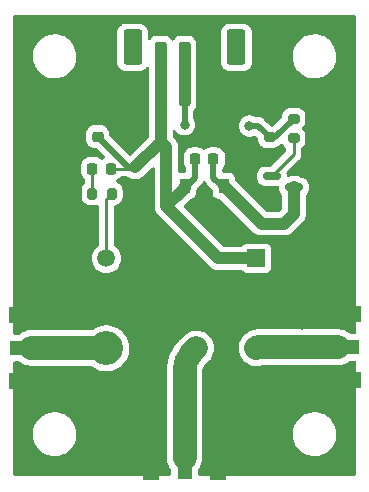
<source format=gbr>
%TF.GenerationSoftware,KiCad,Pcbnew,(6.0.1)*%
%TF.CreationDate,2022-02-11T18:29:38+00:00*%
%TF.ProjectId,Relay_RF_G6E,52656c61-795f-4524-965f-4736452e6b69,rev?*%
%TF.SameCoordinates,Original*%
%TF.FileFunction,Copper,L1,Top*%
%TF.FilePolarity,Positive*%
%FSLAX46Y46*%
G04 Gerber Fmt 4.6, Leading zero omitted, Abs format (unit mm)*
G04 Created by KiCad (PCBNEW (6.0.1)) date 2022-02-11 18:29:38*
%MOMM*%
%LPD*%
G01*
G04 APERTURE LIST*
G04 Aperture macros list*
%AMRoundRect*
0 Rectangle with rounded corners*
0 $1 Rounding radius*
0 $2 $3 $4 $5 $6 $7 $8 $9 X,Y pos of 4 corners*
0 Add a 4 corners polygon primitive as box body*
4,1,4,$2,$3,$4,$5,$6,$7,$8,$9,$2,$3,0*
0 Add four circle primitives for the rounded corners*
1,1,$1+$1,$2,$3*
1,1,$1+$1,$4,$5*
1,1,$1+$1,$6,$7*
1,1,$1+$1,$8,$9*
0 Add four rect primitives between the rounded corners*
20,1,$1+$1,$2,$3,$4,$5,0*
20,1,$1+$1,$4,$5,$6,$7,0*
20,1,$1+$1,$6,$7,$8,$9,0*
20,1,$1+$1,$8,$9,$2,$3,0*%
G04 Aperture macros list end*
%TA.AperFunction,SMDPad,CuDef*%
%ADD10R,3.600000X1.270000*%
%TD*%
%TA.AperFunction,SMDPad,CuDef*%
%ADD11R,4.200000X1.350000*%
%TD*%
%TA.AperFunction,SMDPad,CuDef*%
%ADD12RoundRect,0.200000X0.200000X0.275000X-0.200000X0.275000X-0.200000X-0.275000X0.200000X-0.275000X0*%
%TD*%
%TA.AperFunction,SMDPad,CuDef*%
%ADD13RoundRect,0.200000X0.275000X-0.200000X0.275000X0.200000X-0.275000X0.200000X-0.275000X-0.200000X0*%
%TD*%
%TA.AperFunction,SMDPad,CuDef*%
%ADD14RoundRect,0.225000X0.225000X0.250000X-0.225000X0.250000X-0.225000X-0.250000X0.225000X-0.250000X0*%
%TD*%
%TA.AperFunction,SMDPad,CuDef*%
%ADD15RoundRect,0.200000X-0.275000X0.200000X-0.275000X-0.200000X0.275000X-0.200000X0.275000X0.200000X0*%
%TD*%
%TA.AperFunction,SMDPad,CuDef*%
%ADD16RoundRect,0.225000X0.250000X-0.225000X0.250000X0.225000X-0.250000X0.225000X-0.250000X-0.225000X0*%
%TD*%
%TA.AperFunction,ComponentPad*%
%ADD17R,1.501140X1.501140*%
%TD*%
%TA.AperFunction,ComponentPad*%
%ADD18C,1.501140*%
%TD*%
%TA.AperFunction,SMDPad,CuDef*%
%ADD19RoundRect,0.250000X-0.250000X-2.500000X0.250000X-2.500000X0.250000X2.500000X-0.250000X2.500000X0*%
%TD*%
%TA.AperFunction,SMDPad,CuDef*%
%ADD20RoundRect,0.250000X-0.550000X-1.250000X0.550000X-1.250000X0.550000X1.250000X-0.550000X1.250000X0*%
%TD*%
%TA.AperFunction,SMDPad,CuDef*%
%ADD21RoundRect,0.218750X-0.218750X-0.256250X0.218750X-0.256250X0.218750X0.256250X-0.218750X0.256250X0*%
%TD*%
%TA.AperFunction,SMDPad,CuDef*%
%ADD22RoundRect,0.150000X-0.587500X-0.150000X0.587500X-0.150000X0.587500X0.150000X-0.587500X0.150000X0*%
%TD*%
%TA.AperFunction,SMDPad,CuDef*%
%ADD23R,1.270000X3.600000*%
%TD*%
%TA.AperFunction,SMDPad,CuDef*%
%ADD24R,1.350000X4.200000*%
%TD*%
%TA.AperFunction,SMDPad,CuDef*%
%ADD25R,0.900000X1.200000*%
%TD*%
%TA.AperFunction,ViaPad*%
%ADD26C,0.800000*%
%TD*%
%TA.AperFunction,ViaPad*%
%ADD27C,1.000000*%
%TD*%
%TA.AperFunction,Conductor*%
%ADD28C,0.500000*%
%TD*%
%TA.AperFunction,Conductor*%
%ADD29C,1.000000*%
%TD*%
%TA.AperFunction,Conductor*%
%ADD30C,2.000000*%
%TD*%
%TA.AperFunction,Conductor*%
%ADD31C,2.850000*%
%TD*%
%TA.AperFunction,Conductor*%
%ADD32C,0.293000*%
%TD*%
G04 APERTURE END LIST*
D10*
%TO.P,J2,1,In*%
%TO.N,Net-(J2-Pad1)*%
X102023900Y-128701800D03*
D11*
%TO.P,J2,2,Ext*%
%TO.N,GND*%
X102223900Y-131526800D03*
X102223900Y-125876800D03*
%TD*%
D12*
%TO.P,R2,1*%
%TO.N,Net-(C2-Pad1)*%
X108851200Y-115620800D03*
%TO.P,R2,2*%
%TO.N,Net-(D2-Pad1)*%
X107201200Y-115620800D03*
%TD*%
D13*
%TO.P,R1,1*%
%TO.N,Net-(J1-Pad2)*%
X122200000Y-110875000D03*
%TO.P,R1,2*%
%TO.N,GND*%
X122200000Y-109225000D03*
%TD*%
D14*
%TO.P,C2,1*%
%TO.N,Net-(C2-Pad1)*%
X117449600Y-112699700D03*
%TO.P,C2,2*%
%TO.N,Net-(C1-Pad1)*%
X115899600Y-112699700D03*
%TD*%
D15*
%TO.P,R3,1*%
%TO.N,Net-(J1-Pad2)*%
X124250000Y-109275000D03*
%TO.P,R3,2*%
%TO.N,Net-(Q1-Pad1)*%
X124250000Y-110925000D03*
%TD*%
D16*
%TO.P,C1,1*%
%TO.N,Net-(C1-Pad1)*%
X107650000Y-110800000D03*
%TO.P,C1,2*%
%TO.N,GND*%
X107650000Y-109250000D03*
%TD*%
D17*
%TO.P,K1,1*%
%TO.N,Net-(C1-Pad1)*%
X121091700Y-121108900D03*
D18*
%TO.P,K1,6*%
%TO.N,Net-(C2-Pad1)*%
X108391700Y-121108900D03*
%TO.P,K1,7*%
%TO.N,Net-(J2-Pad1)*%
X108391700Y-128728900D03*
%TO.P,K1,10*%
%TO.N,Net-(J3-Pad1)*%
X116011700Y-128728900D03*
%TO.P,K1,12*%
%TO.N,Net-(J4-Pad1)*%
X121091700Y-128728900D03*
%TD*%
D19*
%TO.P,J1,1,Pin_1*%
%TO.N,Net-(C1-Pad1)*%
X113000000Y-105500000D03*
%TO.P,J1,2,Pin_2*%
%TO.N,Net-(J1-Pad2)*%
X115000000Y-105500000D03*
%TO.P,J1,3,Pin_3*%
%TO.N,GND*%
X117000000Y-105500000D03*
D20*
%TO.P,J1,MP*%
%TO.N,N/C*%
X119400000Y-103250000D03*
X110600000Y-103250000D03*
%TD*%
D10*
%TO.P,J4,1,In*%
%TO.N,Net-(J4-Pad1)*%
X128023900Y-128625600D03*
D11*
%TO.P,J4,2,Ext*%
%TO.N,GND*%
X127823900Y-125800600D03*
X127823900Y-131450600D03*
%TD*%
D21*
%TO.P,D2,1,K*%
%TO.N,Net-(D2-Pad1)*%
X107201200Y-113520800D03*
%TO.P,D2,2,A*%
%TO.N,Net-(C1-Pad1)*%
X108776200Y-113520800D03*
%TD*%
D22*
%TO.P,Q1,1,B*%
%TO.N,Net-(Q1-Pad1)*%
X122400000Y-114150000D03*
%TO.P,Q1,2,E*%
%TO.N,GND*%
X122400000Y-116050000D03*
%TO.P,Q1,3,C*%
%TO.N,Net-(C2-Pad1)*%
X124275000Y-115100000D03*
%TD*%
D23*
%TO.P,J3,1,In*%
%TO.N,Net-(J3-Pad1)*%
X115000000Y-138000000D03*
D24*
%TO.P,J3,2,Ext*%
%TO.N,GND*%
X117825000Y-137800000D03*
X112175000Y-137800000D03*
%TD*%
D25*
%TO.P,D1,1,K*%
%TO.N,Net-(C1-Pad1)*%
X115024600Y-114949700D03*
%TO.P,D1,2,A*%
%TO.N,Net-(C2-Pad1)*%
X118324600Y-114949700D03*
%TD*%
D26*
%TO.N,GND*%
X111353600Y-134950200D03*
X117043200Y-133324600D03*
X123088400Y-126619000D03*
X118643400Y-135026400D03*
D27*
X118643400Y-107746800D03*
D26*
X110693200Y-138836400D03*
X112826800Y-132537200D03*
X128727200Y-124358400D03*
X103784400Y-124180600D03*
X119278400Y-136423400D03*
X117703600Y-127558800D03*
X105079800Y-130759200D03*
X124942600Y-132105400D03*
X124968000Y-126720600D03*
X121310400Y-130657600D03*
X124968000Y-125323600D03*
X120700800Y-126695200D03*
X126085600Y-124460000D03*
X112826800Y-134950200D03*
X128879600Y-132791200D03*
X112852200Y-130073400D03*
X110896400Y-128397000D03*
X106603800Y-126466600D03*
X106781600Y-130810000D03*
X103682800Y-132943600D03*
X119278400Y-129895600D03*
X124891800Y-130556000D03*
X119253000Y-138938000D03*
X117779800Y-129895600D03*
X105181400Y-125298200D03*
X110718600Y-136474200D03*
X119151400Y-127482600D03*
X123113800Y-130606800D03*
X105181400Y-126542800D03*
X101244400Y-132969000D03*
X101320600Y-124180600D03*
X117144800Y-135026400D03*
X105079800Y-132207000D03*
D27*
X109800000Y-110150000D03*
D26*
X115849400Y-126619000D03*
X117017800Y-131318000D03*
X109575600Y-131038600D03*
D27*
X119507000Y-111836200D03*
D26*
X109499400Y-126441200D03*
X113766600Y-127838200D03*
X126441200Y-132867400D03*
%TO.N,Net-(J1-Pad2)*%
X120500000Y-109900000D03*
X115000000Y-109800000D03*
D27*
%TO.N,Net-(C2-Pad1)*%
X123215400Y-118160800D03*
%TD*%
D28*
%TO.N,GND*%
X107650000Y-109250000D02*
X108900000Y-109250000D01*
D29*
X119507000Y-111836200D02*
X117000000Y-109329200D01*
D28*
X108900000Y-109250000D02*
X109800000Y-110150000D01*
D29*
X117000000Y-109329200D02*
X117000000Y-105500000D01*
D28*
%TO.N,Net-(J1-Pad2)*%
X121225000Y-109900000D02*
X122200000Y-110875000D01*
X122200000Y-110875000D02*
X122650000Y-110875000D01*
X122650000Y-110875000D02*
X124250000Y-109275000D01*
X120500000Y-109900000D02*
X121225000Y-109900000D01*
X115000000Y-105500000D02*
X115000000Y-109800000D01*
D30*
%TO.N,Net-(J2-Pad1)*%
X102023900Y-128701800D02*
X108364600Y-128701800D01*
D31*
X108364600Y-128701800D02*
X108391700Y-128728900D01*
D30*
%TO.N,Net-(J3-Pad1)*%
X115000000Y-138000000D02*
X115000000Y-130569027D01*
X115585787Y-129154813D02*
X116011700Y-128728900D01*
X115000001Y-130569027D02*
G75*
G02*
X115585788Y-129154814I1999999J0D01*
G01*
%TO.N,Net-(J4-Pad1)*%
X121195000Y-128625600D02*
X121091700Y-128728900D01*
X128023900Y-128625600D02*
X121195000Y-128625600D01*
D32*
%TO.N,Net-(D2-Pad1)*%
X107201200Y-113520800D02*
X107201200Y-115620800D01*
%TO.N,Net-(Q1-Pad1)*%
X122400000Y-114150000D02*
X124250000Y-112300000D01*
X124250000Y-112300000D02*
X124250000Y-110925000D01*
D29*
%TO.N,Net-(C1-Pad1)*%
X117857700Y-121108900D02*
X121091700Y-121108900D01*
X115024600Y-114949700D02*
X115024600Y-115150200D01*
D32*
X110729200Y-113520800D02*
X110850000Y-113400000D01*
X108776200Y-113520800D02*
X110729200Y-113520800D01*
D29*
X113000000Y-111250000D02*
X113461800Y-111711800D01*
D28*
X107650000Y-110800000D02*
X110250000Y-113400000D01*
D29*
X113000000Y-105500000D02*
X113000000Y-111250000D01*
D28*
X110250000Y-113400000D02*
X110850000Y-113400000D01*
D29*
X113000000Y-111250000D02*
X110850000Y-113400000D01*
X115024600Y-115150200D02*
X113461800Y-116713000D01*
X113461800Y-116713000D02*
X117857700Y-121108900D01*
D28*
X115899600Y-114274700D02*
X115024600Y-115149700D01*
X115899600Y-112699700D02*
X115899600Y-114274700D01*
D29*
X113461800Y-111711800D02*
X113461800Y-116713000D01*
%TO.N,Net-(C2-Pad1)*%
X124275000Y-117329800D02*
X123444000Y-118160800D01*
X123215400Y-118160800D02*
X121535700Y-118160800D01*
D32*
X108391700Y-116080300D02*
X108391700Y-121108900D01*
D28*
X117449600Y-114274700D02*
X118324600Y-115149700D01*
D29*
X124275000Y-115100000D02*
X124275000Y-117329800D01*
X123444000Y-118160800D02*
X123215400Y-118160800D01*
D32*
X108851200Y-115620800D02*
X108391700Y-116080300D01*
D29*
X121535700Y-118160800D02*
X118324600Y-114949700D01*
D28*
X117449600Y-112699700D02*
X117449600Y-114274700D01*
%TD*%
%TA.AperFunction,Conductor*%
%TO.N,GND*%
G36*
X129442121Y-100520002D02*
G01*
X129488614Y-100573658D01*
X129500000Y-100626000D01*
X129500000Y-127364100D01*
X129479998Y-127432221D01*
X129426342Y-127478714D01*
X129374000Y-127490100D01*
X129058110Y-127490100D01*
X128989989Y-127470098D01*
X128978818Y-127462022D01*
X128975169Y-127459067D01*
X128971432Y-127455496D01*
X128902394Y-127408401D01*
X128771879Y-127319370D01*
X128771880Y-127319370D01*
X128767600Y-127316451D01*
X128584347Y-127231388D01*
X128548491Y-127214744D01*
X128548487Y-127214743D01*
X128543796Y-127212565D01*
X128306029Y-127146626D01*
X128300892Y-127146077D01*
X128107943Y-127125456D01*
X128107935Y-127125456D01*
X128104608Y-127125100D01*
X121310732Y-127125100D01*
X121292979Y-127123843D01*
X121284294Y-127122607D01*
X121279132Y-127122724D01*
X121279129Y-127122724D01*
X121175850Y-127125068D01*
X121172991Y-127125100D01*
X121132446Y-127125100D01*
X121129891Y-127125310D01*
X121129867Y-127125311D01*
X121120161Y-127126109D01*
X121112702Y-127126501D01*
X121037618Y-127128205D01*
X121032546Y-127129163D01*
X121032540Y-127129164D01*
X121000153Y-127135284D01*
X120987084Y-127137051D01*
X120954241Y-127139751D01*
X120954236Y-127139752D01*
X120949089Y-127140175D01*
X120925592Y-127146077D01*
X120876254Y-127158469D01*
X120868955Y-127160074D01*
X120800250Y-127173056D01*
X120800244Y-127173058D01*
X120795167Y-127174017D01*
X120759359Y-127187121D01*
X120746766Y-127190995D01*
X120714799Y-127199024D01*
X120714798Y-127199025D01*
X120709783Y-127200284D01*
X120649181Y-127226635D01*
X120640911Y-127230231D01*
X120633970Y-127233007D01*
X120573262Y-127255223D01*
X120563455Y-127258812D01*
X120530262Y-127277592D01*
X120518485Y-127283463D01*
X120483507Y-127298672D01*
X120479159Y-127301485D01*
X120420457Y-127339461D01*
X120414062Y-127343334D01*
X120353204Y-127377765D01*
X120353200Y-127377768D01*
X120348703Y-127380312D01*
X120344679Y-127383559D01*
X120344673Y-127383563D01*
X120319023Y-127404259D01*
X120308349Y-127411986D01*
X120276339Y-127432695D01*
X120220797Y-127483235D01*
X120215129Y-127488092D01*
X120193674Y-127505403D01*
X120193666Y-127505410D01*
X120191055Y-127507517D01*
X120162309Y-127536263D01*
X120158014Y-127540362D01*
X120093842Y-127598754D01*
X120090643Y-127602805D01*
X120090640Y-127602808D01*
X120075960Y-127621397D01*
X120066172Y-127632401D01*
X119986454Y-127712119D01*
X119867461Y-127852431D01*
X119740749Y-128064150D01*
X119738856Y-128068957D01*
X119738854Y-128068960D01*
X119729497Y-128092715D01*
X119650319Y-128293722D01*
X119649238Y-128298764D01*
X119649236Y-128298771D01*
X119599680Y-128529926D01*
X119598597Y-128534980D01*
X119598354Y-128540141D01*
X119598353Y-128540146D01*
X119592785Y-128658214D01*
X119586974Y-128781447D01*
X119615762Y-129026501D01*
X119617196Y-129031469D01*
X119673066Y-129225036D01*
X119684186Y-129263564D01*
X119686410Y-129268227D01*
X119686412Y-129268232D01*
X119788183Y-129481599D01*
X119788186Y-129481604D01*
X119790411Y-129486269D01*
X119931582Y-129688633D01*
X120103909Y-129865223D01*
X120302765Y-130011297D01*
X120522806Y-130122931D01*
X120758127Y-130197127D01*
X120880267Y-130214510D01*
X120997289Y-130231165D01*
X120997292Y-130231165D01*
X121002406Y-130231893D01*
X121007568Y-130231776D01*
X121007571Y-130231776D01*
X121148206Y-130228584D01*
X121249082Y-130226295D01*
X121254154Y-130225337D01*
X121254160Y-130225336D01*
X121471454Y-130184277D01*
X121491533Y-130180483D01*
X121619172Y-130133774D01*
X121662473Y-130126100D01*
X128086454Y-130126100D01*
X128089027Y-130125888D01*
X128089038Y-130125888D01*
X128264660Y-130111449D01*
X128264666Y-130111448D01*
X128269811Y-130111025D01*
X128509117Y-130050916D01*
X128735393Y-129952528D01*
X128865610Y-129868287D01*
X128938218Y-129821315D01*
X128938221Y-129821313D01*
X128942561Y-129818505D01*
X128969596Y-129793905D01*
X129033441Y-129762853D01*
X129054395Y-129761099D01*
X129374000Y-129761099D01*
X129442121Y-129781101D01*
X129488614Y-129834757D01*
X129500000Y-129887099D01*
X129500000Y-139374000D01*
X129479998Y-139442121D01*
X129426342Y-139488614D01*
X129374000Y-139500000D01*
X116261500Y-139500000D01*
X116193379Y-139479998D01*
X116146886Y-139426342D01*
X116135500Y-139374000D01*
X116135500Y-139034210D01*
X116155502Y-138966089D01*
X116163578Y-138954918D01*
X116166533Y-138951269D01*
X116170104Y-138947532D01*
X116189799Y-138918661D01*
X116306230Y-138747979D01*
X116309149Y-138743700D01*
X116413035Y-138519896D01*
X116478974Y-138282129D01*
X116500500Y-138080708D01*
X116500500Y-136042095D01*
X124145028Y-136042095D01*
X124170534Y-136309431D01*
X124234364Y-136570285D01*
X124335182Y-136819192D01*
X124470875Y-137050938D01*
X124473728Y-137054505D01*
X124585225Y-137193925D01*
X124638601Y-137260669D01*
X124834846Y-137443991D01*
X124927039Y-137507948D01*
X125051746Y-137594461D01*
X125051751Y-137594464D01*
X125055499Y-137597064D01*
X125059584Y-137599096D01*
X125059587Y-137599098D01*
X125175719Y-137656872D01*
X125295938Y-137716680D01*
X125300272Y-137718101D01*
X125300275Y-137718102D01*
X125546793Y-137798915D01*
X125546798Y-137798916D01*
X125551126Y-137800335D01*
X125555617Y-137801115D01*
X125555618Y-137801115D01*
X125811936Y-137845620D01*
X125811944Y-137845621D01*
X125815717Y-137846276D01*
X125819554Y-137846467D01*
X125898996Y-137850422D01*
X125899004Y-137850422D01*
X125900567Y-137850500D01*
X126068223Y-137850500D01*
X126070491Y-137850335D01*
X126070503Y-137850335D01*
X126200823Y-137840879D01*
X126267846Y-137836016D01*
X126272301Y-137835032D01*
X126272304Y-137835032D01*
X126525620Y-137779105D01*
X126525624Y-137779104D01*
X126530080Y-137778120D01*
X126697617Y-137714646D01*
X126776941Y-137684593D01*
X126776944Y-137684592D01*
X126781211Y-137682975D01*
X127015976Y-137552574D01*
X127158254Y-137443991D01*
X127225833Y-137392417D01*
X127225837Y-137392413D01*
X127229458Y-137389650D01*
X127417185Y-137197614D01*
X127575225Y-136980491D01*
X127662313Y-136814963D01*
X127698140Y-136746868D01*
X127698143Y-136746862D01*
X127700265Y-136742828D01*
X127759703Y-136574515D01*
X127788165Y-136493916D01*
X127788165Y-136493915D01*
X127789688Y-136489603D01*
X127841620Y-136226122D01*
X127841847Y-136221566D01*
X127854745Y-135962474D01*
X127854745Y-135962468D01*
X127854972Y-135957905D01*
X127829466Y-135690569D01*
X127765636Y-135429715D01*
X127664818Y-135180808D01*
X127529125Y-134949062D01*
X127418211Y-134810371D01*
X127364251Y-134742897D01*
X127364250Y-134742895D01*
X127361399Y-134739331D01*
X127165154Y-134556009D01*
X127005436Y-134445208D01*
X126948254Y-134405539D01*
X126948249Y-134405536D01*
X126944501Y-134402936D01*
X126940416Y-134400904D01*
X126940413Y-134400902D01*
X126768560Y-134315407D01*
X126704062Y-134283320D01*
X126699728Y-134281899D01*
X126699725Y-134281898D01*
X126453207Y-134201085D01*
X126453202Y-134201084D01*
X126448874Y-134199665D01*
X126444382Y-134198885D01*
X126188064Y-134154380D01*
X126188056Y-134154379D01*
X126184283Y-134153724D01*
X126175622Y-134153293D01*
X126101004Y-134149578D01*
X126100996Y-134149578D01*
X126099433Y-134149500D01*
X125931777Y-134149500D01*
X125929509Y-134149665D01*
X125929497Y-134149665D01*
X125799177Y-134159121D01*
X125732154Y-134163984D01*
X125727699Y-134164968D01*
X125727696Y-134164968D01*
X125474380Y-134220895D01*
X125474376Y-134220896D01*
X125469920Y-134221880D01*
X125344354Y-134269453D01*
X125223059Y-134315407D01*
X125223056Y-134315408D01*
X125218789Y-134317025D01*
X124984024Y-134447426D01*
X124980392Y-134450198D01*
X124774167Y-134607583D01*
X124774163Y-134607587D01*
X124770542Y-134610350D01*
X124582815Y-134802386D01*
X124424775Y-135019509D01*
X124422651Y-135023547D01*
X124301860Y-135253132D01*
X124301857Y-135253138D01*
X124299735Y-135257172D01*
X124298215Y-135261477D01*
X124298213Y-135261481D01*
X124238804Y-135429715D01*
X124210312Y-135510397D01*
X124158380Y-135773878D01*
X124158153Y-135778431D01*
X124158153Y-135778434D01*
X124148992Y-135962474D01*
X124145028Y-136042095D01*
X116500500Y-136042095D01*
X116500500Y-130676243D01*
X116501578Y-130659797D01*
X116503408Y-130645899D01*
X116503408Y-130645893D01*
X116503845Y-130642577D01*
X116504446Y-130618001D01*
X116505561Y-130572392D01*
X116505561Y-130572387D01*
X116505643Y-130569027D01*
X116504236Y-130551911D01*
X116504419Y-130529247D01*
X116508884Y-130483921D01*
X116513701Y-130459706D01*
X116534922Y-130389751D01*
X116544374Y-130366931D01*
X116578831Y-130302466D01*
X116592554Y-130281928D01*
X116615096Y-130254461D01*
X116622626Y-130246354D01*
X116624108Y-130245158D01*
X116675932Y-130186992D01*
X116680912Y-130181716D01*
X117115113Y-129747514D01*
X117116946Y-129745681D01*
X117235939Y-129605369D01*
X117362651Y-129393650D01*
X117453081Y-129164078D01*
X117454162Y-129159036D01*
X117454164Y-129159029D01*
X117503720Y-128927874D01*
X117503721Y-128927868D01*
X117504803Y-128922820D01*
X117505174Y-128914968D01*
X117511470Y-128781447D01*
X117516426Y-128676353D01*
X117487638Y-128431299D01*
X117419214Y-128194236D01*
X117416990Y-128189573D01*
X117416988Y-128189568D01*
X117315217Y-127976201D01*
X117315214Y-127976196D01*
X117312989Y-127971531D01*
X117171818Y-127769167D01*
X116999491Y-127592577D01*
X116800635Y-127446503D01*
X116788411Y-127440301D01*
X116638211Y-127364100D01*
X116580594Y-127334869D01*
X116345273Y-127260673D01*
X116223134Y-127243290D01*
X116106111Y-127226635D01*
X116106108Y-127226635D01*
X116100994Y-127225907D01*
X116095832Y-127226024D01*
X116095829Y-127226024D01*
X115955194Y-127229216D01*
X115854318Y-127231505D01*
X115849246Y-127232463D01*
X115849240Y-127232464D01*
X115664001Y-127267466D01*
X115611867Y-127277317D01*
X115380155Y-127362111D01*
X115375659Y-127364655D01*
X115375654Y-127364657D01*
X115174060Y-127478714D01*
X115165403Y-127483612D01*
X115161376Y-127486861D01*
X115161375Y-127486862D01*
X115129755Y-127512376D01*
X115007755Y-127610817D01*
X115005379Y-127613193D01*
X114600587Y-128017986D01*
X114588194Y-128028854D01*
X114574416Y-128039426D01*
X114521137Y-128090162D01*
X114504351Y-128109955D01*
X114501684Y-128112996D01*
X114290815Y-128345655D01*
X114288971Y-128348141D01*
X114288968Y-128348145D01*
X114227297Y-128431299D01*
X114085932Y-128621908D01*
X113909112Y-128916912D01*
X113762060Y-129227828D01*
X113704449Y-129388840D01*
X113687830Y-129435288D01*
X113646191Y-129551660D01*
X113604786Y-129716956D01*
X113567648Y-129865223D01*
X113562621Y-129885290D01*
X113512155Y-130225504D01*
X113512003Y-130228588D01*
X113512003Y-130228593D01*
X113499204Y-130489131D01*
X113498643Y-130496334D01*
X113494806Y-130532241D01*
X113495103Y-130537394D01*
X113495103Y-130537397D01*
X113495650Y-130546880D01*
X113495707Y-130560312D01*
X113495279Y-130569027D01*
X113494045Y-130568966D01*
X113494034Y-130569195D01*
X113496927Y-130569028D01*
X113499291Y-130610025D01*
X113499500Y-130617278D01*
X113499500Y-138062554D01*
X113499712Y-138065127D01*
X113499712Y-138065138D01*
X113514151Y-138240760D01*
X113514152Y-138240766D01*
X113514575Y-138245911D01*
X113574684Y-138485217D01*
X113673072Y-138711493D01*
X113807095Y-138918661D01*
X113810576Y-138922486D01*
X113831695Y-138945696D01*
X113862747Y-139009541D01*
X113864501Y-139030495D01*
X113864501Y-139374000D01*
X113844499Y-139442121D01*
X113790843Y-139488614D01*
X113738501Y-139500000D01*
X100626000Y-139500000D01*
X100557879Y-139479998D01*
X100511386Y-139426342D01*
X100500000Y-139374000D01*
X100500000Y-136042095D01*
X102145028Y-136042095D01*
X102170534Y-136309431D01*
X102234364Y-136570285D01*
X102335182Y-136819192D01*
X102470875Y-137050938D01*
X102473728Y-137054505D01*
X102585225Y-137193925D01*
X102638601Y-137260669D01*
X102834846Y-137443991D01*
X102927039Y-137507948D01*
X103051746Y-137594461D01*
X103051751Y-137594464D01*
X103055499Y-137597064D01*
X103059584Y-137599096D01*
X103059587Y-137599098D01*
X103175719Y-137656872D01*
X103295938Y-137716680D01*
X103300272Y-137718101D01*
X103300275Y-137718102D01*
X103546793Y-137798915D01*
X103546798Y-137798916D01*
X103551126Y-137800335D01*
X103555617Y-137801115D01*
X103555618Y-137801115D01*
X103811936Y-137845620D01*
X103811944Y-137845621D01*
X103815717Y-137846276D01*
X103819554Y-137846467D01*
X103898996Y-137850422D01*
X103899004Y-137850422D01*
X103900567Y-137850500D01*
X104068223Y-137850500D01*
X104070491Y-137850335D01*
X104070503Y-137850335D01*
X104200823Y-137840879D01*
X104267846Y-137836016D01*
X104272301Y-137835032D01*
X104272304Y-137835032D01*
X104525620Y-137779105D01*
X104525624Y-137779104D01*
X104530080Y-137778120D01*
X104697617Y-137714646D01*
X104776941Y-137684593D01*
X104776944Y-137684592D01*
X104781211Y-137682975D01*
X105015976Y-137552574D01*
X105158254Y-137443991D01*
X105225833Y-137392417D01*
X105225837Y-137392413D01*
X105229458Y-137389650D01*
X105417185Y-137197614D01*
X105575225Y-136980491D01*
X105662313Y-136814963D01*
X105698140Y-136746868D01*
X105698143Y-136746862D01*
X105700265Y-136742828D01*
X105759703Y-136574515D01*
X105788165Y-136493916D01*
X105788165Y-136493915D01*
X105789688Y-136489603D01*
X105841620Y-136226122D01*
X105841847Y-136221566D01*
X105854745Y-135962474D01*
X105854745Y-135962468D01*
X105854972Y-135957905D01*
X105829466Y-135690569D01*
X105765636Y-135429715D01*
X105664818Y-135180808D01*
X105529125Y-134949062D01*
X105418211Y-134810371D01*
X105364251Y-134742897D01*
X105364250Y-134742895D01*
X105361399Y-134739331D01*
X105165154Y-134556009D01*
X105005436Y-134445208D01*
X104948254Y-134405539D01*
X104948249Y-134405536D01*
X104944501Y-134402936D01*
X104940416Y-134400904D01*
X104940413Y-134400902D01*
X104768560Y-134315407D01*
X104704062Y-134283320D01*
X104699728Y-134281899D01*
X104699725Y-134281898D01*
X104453207Y-134201085D01*
X104453202Y-134201084D01*
X104448874Y-134199665D01*
X104444382Y-134198885D01*
X104188064Y-134154380D01*
X104188056Y-134154379D01*
X104184283Y-134153724D01*
X104175622Y-134153293D01*
X104101004Y-134149578D01*
X104100996Y-134149578D01*
X104099433Y-134149500D01*
X103931777Y-134149500D01*
X103929509Y-134149665D01*
X103929497Y-134149665D01*
X103799177Y-134159121D01*
X103732154Y-134163984D01*
X103727699Y-134164968D01*
X103727696Y-134164968D01*
X103474380Y-134220895D01*
X103474376Y-134220896D01*
X103469920Y-134221880D01*
X103344354Y-134269453D01*
X103223059Y-134315407D01*
X103223056Y-134315408D01*
X103218789Y-134317025D01*
X102984024Y-134447426D01*
X102980392Y-134450198D01*
X102774167Y-134607583D01*
X102774163Y-134607587D01*
X102770542Y-134610350D01*
X102582815Y-134802386D01*
X102424775Y-135019509D01*
X102422651Y-135023547D01*
X102301860Y-135253132D01*
X102301857Y-135253138D01*
X102299735Y-135257172D01*
X102298215Y-135261477D01*
X102298213Y-135261481D01*
X102238804Y-135429715D01*
X102210312Y-135510397D01*
X102158380Y-135773878D01*
X102158153Y-135778431D01*
X102158153Y-135778434D01*
X102148992Y-135962474D01*
X102145028Y-136042095D01*
X100500000Y-136042095D01*
X100500000Y-129963300D01*
X100520002Y-129895179D01*
X100573658Y-129848686D01*
X100626000Y-129837300D01*
X100989690Y-129837300D01*
X101057811Y-129857302D01*
X101068982Y-129865378D01*
X101072631Y-129868333D01*
X101076368Y-129871904D01*
X101080640Y-129874818D01*
X101080641Y-129874819D01*
X101110488Y-129895179D01*
X101280200Y-130010949D01*
X101361860Y-130048854D01*
X101499309Y-130112656D01*
X101499313Y-130112657D01*
X101504004Y-130114835D01*
X101741771Y-130180774D01*
X101746908Y-130181323D01*
X101939857Y-130201944D01*
X101939865Y-130201944D01*
X101943192Y-130202300D01*
X107104548Y-130202300D01*
X107172669Y-130222302D01*
X107187128Y-130233134D01*
X107232638Y-130272625D01*
X107461714Y-130420538D01*
X107465755Y-130422401D01*
X107465757Y-130422402D01*
X107705302Y-130532834D01*
X107705306Y-130532835D01*
X107709346Y-130534698D01*
X107713614Y-130535974D01*
X107713613Y-130535974D01*
X107966318Y-130611549D01*
X107966321Y-130611550D01*
X107970592Y-130612827D01*
X107974996Y-130613489D01*
X107975000Y-130613490D01*
X108235837Y-130652705D01*
X108235839Y-130652705D01*
X108240241Y-130653367D01*
X108244698Y-130653402D01*
X108508452Y-130655473D01*
X108512912Y-130655508D01*
X108517325Y-130654915D01*
X108517329Y-130654915D01*
X108778756Y-130619802D01*
X108778755Y-130619802D01*
X108783164Y-130619210D01*
X109021771Y-130551915D01*
X109041322Y-130546401D01*
X109041323Y-130546401D01*
X109045605Y-130545193D01*
X109156111Y-130496339D01*
X109290934Y-130436735D01*
X109290939Y-130436732D01*
X109295000Y-130434937D01*
X109526371Y-130290641D01*
X109536737Y-130281928D01*
X109731696Y-130118047D01*
X109735102Y-130115184D01*
X109917030Y-129912066D01*
X109933713Y-129887099D01*
X110029530Y-129743698D01*
X110068522Y-129685342D01*
X110105028Y-129609319D01*
X110184629Y-129443550D01*
X110184631Y-129443545D01*
X110186557Y-129439534D01*
X110268781Y-129179547D01*
X110294255Y-129026501D01*
X110312819Y-128914968D01*
X110312819Y-128914963D01*
X110313551Y-128910568D01*
X110319974Y-128637965D01*
X110287925Y-128367176D01*
X110220536Y-128113017D01*
X110219180Y-128107901D01*
X110219178Y-128107896D01*
X110218040Y-128103603D01*
X110212349Y-128090162D01*
X110113450Y-127856605D01*
X110113449Y-127856603D01*
X110111715Y-127852508D01*
X110027194Y-127712119D01*
X109973371Y-127622719D01*
X109973370Y-127622717D01*
X109971071Y-127618899D01*
X109868282Y-127492643D01*
X109825506Y-127440101D01*
X109825500Y-127440095D01*
X109823475Y-127437607D01*
X109677020Y-127291152D01*
X109675345Y-127289698D01*
X109675338Y-127289692D01*
X109527021Y-127160989D01*
X109527014Y-127160984D01*
X109523662Y-127158075D01*
X109294586Y-127010162D01*
X109290543Y-127008298D01*
X109050998Y-126897866D01*
X109050994Y-126897865D01*
X109046954Y-126896002D01*
X108785708Y-126817872D01*
X108516059Y-126777333D01*
X108408446Y-126776488D01*
X108247849Y-126775226D01*
X108247848Y-126775226D01*
X108243388Y-126775191D01*
X108238975Y-126775784D01*
X108238971Y-126775784D01*
X108026337Y-126804344D01*
X107973136Y-126811490D01*
X107710695Y-126885507D01*
X107706628Y-126887305D01*
X107465366Y-126993965D01*
X107465361Y-126993968D01*
X107461300Y-126995763D01*
X107229929Y-127140059D01*
X107192225Y-127171752D01*
X107127212Y-127200272D01*
X107111152Y-127201300D01*
X101961346Y-127201300D01*
X101958773Y-127201512D01*
X101958762Y-127201512D01*
X101783140Y-127215951D01*
X101783134Y-127215952D01*
X101777989Y-127216375D01*
X101538683Y-127276484D01*
X101312407Y-127374872D01*
X101308059Y-127377685D01*
X101109582Y-127506085D01*
X101109579Y-127506087D01*
X101105239Y-127508895D01*
X101082141Y-127529913D01*
X101078204Y-127533495D01*
X101014359Y-127564547D01*
X100993405Y-127566301D01*
X100626000Y-127566301D01*
X100557879Y-127546299D01*
X100511386Y-127492643D01*
X100500000Y-127440301D01*
X100500000Y-113216765D01*
X106263200Y-113216765D01*
X106263201Y-113824834D01*
X106273607Y-113925135D01*
X106275786Y-113931666D01*
X106275787Y-113931671D01*
X106295966Y-113992154D01*
X106326686Y-114084232D01*
X106414942Y-114226852D01*
X106506772Y-114318522D01*
X106517218Y-114328950D01*
X106551297Y-114391233D01*
X106554200Y-114418123D01*
X106554200Y-114749905D01*
X106534198Y-114818026D01*
X106517295Y-114839000D01*
X106445903Y-114910392D01*
X106358073Y-115055417D01*
X106307371Y-115217206D01*
X106300700Y-115289807D01*
X106300701Y-115951792D01*
X106300964Y-115954650D01*
X106300964Y-115954659D01*
X106304013Y-115987844D01*
X106307371Y-116024394D01*
X106309370Y-116030772D01*
X106309370Y-116030773D01*
X106327024Y-116087105D01*
X106358073Y-116186183D01*
X106445903Y-116331208D01*
X106565792Y-116451097D01*
X106710817Y-116538927D01*
X106718064Y-116541198D01*
X106718066Y-116541199D01*
X106783306Y-116561644D01*
X106872606Y-116589629D01*
X106945207Y-116596300D01*
X106948105Y-116596300D01*
X107201864Y-116596299D01*
X107457192Y-116596299D01*
X107460050Y-116596036D01*
X107460059Y-116596036D01*
X107495443Y-116592785D01*
X107529794Y-116589629D01*
X107581022Y-116573575D01*
X107652005Y-116572290D01*
X107712416Y-116609587D01*
X107743073Y-116673624D01*
X107744700Y-116693809D01*
X107744700Y-119969068D01*
X107724698Y-120037189D01*
X107690971Y-120072281D01*
X107588967Y-120143705D01*
X107588964Y-120143707D01*
X107584456Y-120146864D01*
X107429664Y-120301656D01*
X107304103Y-120480976D01*
X107301780Y-120485958D01*
X107301777Y-120485963D01*
X107213911Y-120674392D01*
X107211588Y-120679374D01*
X107154930Y-120890824D01*
X107135851Y-121108900D01*
X107154930Y-121326976D01*
X107211588Y-121538426D01*
X107213910Y-121543406D01*
X107213911Y-121543408D01*
X107301777Y-121731837D01*
X107301780Y-121731842D01*
X107304103Y-121736824D01*
X107307259Y-121741331D01*
X107307260Y-121741333D01*
X107425606Y-121910348D01*
X107429664Y-121916144D01*
X107584456Y-122070936D01*
X107588964Y-122074093D01*
X107588967Y-122074095D01*
X107645186Y-122113460D01*
X107763775Y-122196497D01*
X107768757Y-122198820D01*
X107768762Y-122198823D01*
X107957192Y-122286689D01*
X107962174Y-122289012D01*
X107967482Y-122290434D01*
X107967484Y-122290435D01*
X108168309Y-122344246D01*
X108168311Y-122344246D01*
X108173624Y-122345670D01*
X108391700Y-122364749D01*
X108609776Y-122345670D01*
X108615089Y-122344246D01*
X108615091Y-122344246D01*
X108815916Y-122290435D01*
X108815918Y-122290434D01*
X108821226Y-122289012D01*
X108826208Y-122286689D01*
X109014638Y-122198823D01*
X109014643Y-122198820D01*
X109019625Y-122196497D01*
X109138214Y-122113460D01*
X109194433Y-122074095D01*
X109194436Y-122074093D01*
X109198944Y-122070936D01*
X109353736Y-121916144D01*
X109357795Y-121910348D01*
X109476140Y-121741333D01*
X109476141Y-121741331D01*
X109479297Y-121736824D01*
X109481620Y-121731842D01*
X109481623Y-121731837D01*
X109569489Y-121543408D01*
X109569490Y-121543406D01*
X109571812Y-121538426D01*
X109628470Y-121326976D01*
X109647549Y-121108900D01*
X109628470Y-120890824D01*
X109571812Y-120679374D01*
X109569489Y-120674392D01*
X109481623Y-120485963D01*
X109481620Y-120485958D01*
X109479297Y-120480976D01*
X109353736Y-120301656D01*
X109198944Y-120146864D01*
X109194436Y-120143707D01*
X109194433Y-120143705D01*
X109092429Y-120072281D01*
X109048101Y-120016824D01*
X109038700Y-119969068D01*
X109038700Y-116717547D01*
X109058702Y-116649426D01*
X109112358Y-116602933D01*
X109153171Y-116592076D01*
X109173132Y-116590242D01*
X109173141Y-116590240D01*
X109179794Y-116589629D01*
X109231022Y-116573575D01*
X109334334Y-116541199D01*
X109334336Y-116541198D01*
X109341583Y-116538927D01*
X109486608Y-116451097D01*
X109606497Y-116331208D01*
X109694327Y-116186183D01*
X109745029Y-116024394D01*
X109751700Y-115951793D01*
X109751699Y-115289808D01*
X109751434Y-115286916D01*
X109745640Y-115223860D01*
X109745029Y-115217206D01*
X109694327Y-115055417D01*
X109606497Y-114910392D01*
X109486608Y-114790503D01*
X109341583Y-114702673D01*
X109275849Y-114682073D01*
X109216827Y-114642615D01*
X109188507Y-114577511D01*
X109199881Y-114507431D01*
X109247337Y-114454626D01*
X109273654Y-114442315D01*
X109295182Y-114435133D01*
X109295184Y-114435132D01*
X109302132Y-114432814D01*
X109444752Y-114344558D01*
X109523560Y-114265613D01*
X109558071Y-114231042D01*
X109563243Y-114225861D01*
X109567085Y-114219629D01*
X109570181Y-114215708D01*
X109628097Y-114174645D01*
X109669063Y-114167800D01*
X110163979Y-114167800D01*
X110232100Y-114187802D01*
X110238750Y-114192383D01*
X110270388Y-114215708D01*
X110338077Y-114265613D01*
X110343867Y-114268288D01*
X110343868Y-114268289D01*
X110389429Y-114289341D01*
X110522589Y-114350870D01*
X110598915Y-114368772D01*
X110714267Y-114395828D01*
X110714270Y-114395828D01*
X110720476Y-114397284D01*
X110762051Y-114398445D01*
X110917271Y-114402782D01*
X110917274Y-114402782D01*
X110923653Y-114402960D01*
X111017422Y-114386426D01*
X111117540Y-114368772D01*
X111117544Y-114368771D01*
X111123821Y-114367664D01*
X111312805Y-114292840D01*
X111357489Y-114263600D01*
X111478833Y-114184195D01*
X111478837Y-114184192D01*
X111482882Y-114181545D01*
X111487838Y-114177083D01*
X112246205Y-113418716D01*
X112308517Y-113384690D01*
X112379332Y-113389755D01*
X112436168Y-113432302D01*
X112460979Y-113498822D01*
X112461300Y-113507811D01*
X112461300Y-116669565D01*
X112460929Y-116679232D01*
X112456440Y-116737571D01*
X112457239Y-116743895D01*
X112457239Y-116743901D01*
X112458313Y-116752404D01*
X112459257Y-116771707D01*
X112458840Y-116786653D01*
X112459948Y-116792938D01*
X112459949Y-116792948D01*
X112469316Y-116846066D01*
X112470585Y-116855208D01*
X112476680Y-116915216D01*
X112478590Y-116921312D01*
X112479778Y-116927100D01*
X112481115Y-116932890D01*
X112481915Y-116939224D01*
X112483971Y-116945264D01*
X112483972Y-116945267D01*
X112486732Y-116953373D01*
X112491541Y-116972103D01*
X112494136Y-116986821D01*
X112496487Y-116992758D01*
X112516338Y-117042898D01*
X112519420Y-117051601D01*
X112537462Y-117109172D01*
X112540555Y-117114752D01*
X112542880Y-117120177D01*
X112545362Y-117125598D01*
X112547418Y-117131637D01*
X112554982Y-117144529D01*
X112563454Y-117161899D01*
X112568960Y-117175805D01*
X112572459Y-117181152D01*
X112601986Y-117226274D01*
X112606754Y-117234178D01*
X112636003Y-117286944D01*
X112640158Y-117291792D01*
X112643541Y-117296659D01*
X112647042Y-117301443D01*
X112650272Y-117306948D01*
X112654543Y-117311691D01*
X112660269Y-117318050D01*
X112672071Y-117333375D01*
X112680255Y-117345882D01*
X112684717Y-117350838D01*
X112723629Y-117389750D01*
X112730202Y-117396848D01*
X112768277Y-117441271D01*
X112773319Y-117445182D01*
X112777568Y-117449229D01*
X112782008Y-117453255D01*
X112786278Y-117457997D01*
X112799970Y-117468091D01*
X112814285Y-117480406D01*
X117138811Y-121804932D01*
X117141263Y-121807453D01*
X117200581Y-121870180D01*
X117205811Y-121873842D01*
X117205812Y-121873843D01*
X117249992Y-121904778D01*
X117257357Y-121910348D01*
X117299156Y-121944439D01*
X117299160Y-121944442D01*
X117304103Y-121948473D01*
X117329613Y-121961810D01*
X117343500Y-121970253D01*
X117367079Y-121986763D01*
X117422440Y-122010720D01*
X117430772Y-122014695D01*
X117478573Y-122039684D01*
X117478576Y-122039685D01*
X117484230Y-122042641D01*
X117490357Y-122044398D01*
X117490360Y-122044399D01*
X117504058Y-122048326D01*
X117511901Y-122050575D01*
X117527205Y-122056055D01*
X117553619Y-122067486D01*
X117596981Y-122076545D01*
X117612667Y-122079822D01*
X117621630Y-122082040D01*
X117635660Y-122086063D01*
X117679613Y-122098666D01*
X117708312Y-122100874D01*
X117724405Y-122103165D01*
X117752580Y-122109051D01*
X117757419Y-122109305D01*
X117757422Y-122109305D01*
X117757571Y-122109313D01*
X117757587Y-122109313D01*
X117759239Y-122109400D01*
X117814264Y-122109400D01*
X117823931Y-122109771D01*
X117875910Y-122113771D01*
X117875914Y-122113771D01*
X117882270Y-122114260D01*
X117912872Y-122110394D01*
X117928665Y-122109400D01*
X119839903Y-122109400D01*
X119908024Y-122129402D01*
X119940729Y-122159835D01*
X119983584Y-122217016D01*
X119990765Y-122222398D01*
X120091124Y-122297614D01*
X120091127Y-122297616D01*
X120098306Y-122302996D01*
X120187691Y-122336504D01*
X120225155Y-122350549D01*
X120225157Y-122350549D01*
X120232550Y-122353321D01*
X120240400Y-122354174D01*
X120240401Y-122354174D01*
X120290347Y-122359600D01*
X120293753Y-122359970D01*
X121091583Y-122359970D01*
X121889646Y-122359969D01*
X121893040Y-122359600D01*
X121893046Y-122359600D01*
X121942992Y-122354175D01*
X121942996Y-122354174D01*
X121950850Y-122353321D01*
X122085094Y-122302996D01*
X122092273Y-122297616D01*
X122092276Y-122297614D01*
X122192635Y-122222398D01*
X122199816Y-122217016D01*
X122265480Y-122129402D01*
X122280414Y-122109476D01*
X122280416Y-122109473D01*
X122285796Y-122102294D01*
X122329106Y-121986763D01*
X122333349Y-121975445D01*
X122333349Y-121975443D01*
X122336121Y-121968050D01*
X122342770Y-121906847D01*
X122342769Y-120310954D01*
X122336121Y-120249750D01*
X122285796Y-120115506D01*
X122280416Y-120108327D01*
X122280414Y-120108324D01*
X122205198Y-120007965D01*
X122199816Y-120000784D01*
X122157498Y-119969068D01*
X122092276Y-119920186D01*
X122092273Y-119920184D01*
X122085094Y-119914804D01*
X121995709Y-119881296D01*
X121958245Y-119867251D01*
X121958243Y-119867251D01*
X121950850Y-119864479D01*
X121943000Y-119863626D01*
X121942999Y-119863626D01*
X121893044Y-119858199D01*
X121893043Y-119858199D01*
X121889647Y-119857830D01*
X121091817Y-119857830D01*
X120293754Y-119857831D01*
X120290360Y-119858200D01*
X120290354Y-119858200D01*
X120240408Y-119863625D01*
X120240404Y-119863626D01*
X120232550Y-119864479D01*
X120098306Y-119914804D01*
X120091127Y-119920184D01*
X120091124Y-119920186D01*
X120025902Y-119969068D01*
X119983584Y-120000784D01*
X119978202Y-120007965D01*
X119940729Y-120057965D01*
X119883870Y-120100480D01*
X119839903Y-120108400D01*
X118324310Y-120108400D01*
X118256189Y-120088398D01*
X118235215Y-120071495D01*
X114965815Y-116802095D01*
X114931789Y-116739783D01*
X114936854Y-116668968D01*
X114965815Y-116623905D01*
X115510722Y-116078998D01*
X115570673Y-116045510D01*
X115575323Y-116044404D01*
X115583180Y-116043551D01*
X115717424Y-115993226D01*
X115724603Y-115987846D01*
X115724606Y-115987844D01*
X115824965Y-115912628D01*
X115832146Y-115907246D01*
X115837528Y-115900065D01*
X115912744Y-115799706D01*
X115912746Y-115799703D01*
X115918126Y-115792524D01*
X115968451Y-115658280D01*
X115975100Y-115597077D01*
X115975100Y-115497143D01*
X115980928Y-115459500D01*
X115983186Y-115454281D01*
X115984490Y-115448037D01*
X115984492Y-115448032D01*
X115995520Y-115395240D01*
X115997738Y-115386276D01*
X116012607Y-115334420D01*
X116014366Y-115328287D01*
X116016574Y-115299588D01*
X116018865Y-115283495D01*
X116024751Y-115255320D01*
X116025005Y-115250477D01*
X116025423Y-115247257D01*
X116054032Y-115182280D01*
X116061279Y-115174389D01*
X116383293Y-114852375D01*
X116397705Y-114839989D01*
X116409029Y-114831656D01*
X116409033Y-114831653D01*
X116414924Y-114827317D01*
X116448735Y-114787519D01*
X116455665Y-114780003D01*
X116461271Y-114774397D01*
X116463534Y-114771536D01*
X116463539Y-114771531D01*
X116478717Y-114752346D01*
X116481506Y-114748945D01*
X116523491Y-114699526D01*
X116523493Y-114699524D01*
X116528232Y-114693945D01*
X116531563Y-114687422D01*
X116534856Y-114682484D01*
X116537940Y-114677491D01*
X116542481Y-114671751D01*
X116559191Y-114635998D01*
X116606155Y-114582754D01*
X116674449Y-114563353D01*
X116742391Y-114583954D01*
X116778711Y-114620264D01*
X116813548Y-114673400D01*
X116815895Y-114677119D01*
X116850448Y-114734061D01*
X116850453Y-114734068D01*
X116853361Y-114738860D01*
X116857073Y-114743062D01*
X116857074Y-114743064D01*
X116860685Y-114747152D01*
X116860660Y-114747174D01*
X116863406Y-114750269D01*
X116865909Y-114753263D01*
X116869923Y-114759385D01*
X116875236Y-114764418D01*
X116925550Y-114812081D01*
X116927992Y-114814459D01*
X117337196Y-115223663D01*
X117371222Y-115285975D01*
X117374101Y-115312758D01*
X117374101Y-115597076D01*
X117380749Y-115658280D01*
X117431074Y-115792524D01*
X117436454Y-115799703D01*
X117436456Y-115799706D01*
X117511672Y-115900065D01*
X117517054Y-115907246D01*
X117524235Y-115912628D01*
X117624594Y-115987844D01*
X117624597Y-115987846D01*
X117631776Y-115993226D01*
X117697144Y-116017731D01*
X117758625Y-116040779D01*
X117758627Y-116040779D01*
X117766020Y-116043551D01*
X117773870Y-116044404D01*
X117773871Y-116044404D01*
X117823826Y-116049831D01*
X117827223Y-116050200D01*
X117957989Y-116050200D01*
X118026110Y-116070202D01*
X118047084Y-116087105D01*
X120816794Y-118856814D01*
X120819246Y-118859335D01*
X120878581Y-118922080D01*
X120927995Y-118956680D01*
X120935360Y-118962250D01*
X120982103Y-119000373D01*
X121007613Y-119013710D01*
X121021500Y-119022153D01*
X121045079Y-119038663D01*
X121100440Y-119062620D01*
X121108772Y-119066595D01*
X121156573Y-119091584D01*
X121156576Y-119091585D01*
X121162230Y-119094541D01*
X121168357Y-119096298D01*
X121168360Y-119096299D01*
X121182058Y-119100226D01*
X121189901Y-119102475D01*
X121205205Y-119107955D01*
X121231619Y-119119386D01*
X121263824Y-119126114D01*
X121290667Y-119131722D01*
X121299630Y-119133940D01*
X121311394Y-119137313D01*
X121357613Y-119150566D01*
X121386312Y-119152774D01*
X121402405Y-119155065D01*
X121430580Y-119160951D01*
X121435419Y-119161205D01*
X121435422Y-119161205D01*
X121435571Y-119161213D01*
X121435587Y-119161213D01*
X121437239Y-119161300D01*
X121492264Y-119161300D01*
X121501931Y-119161671D01*
X121553910Y-119165671D01*
X121553914Y-119165671D01*
X121560270Y-119166160D01*
X121590872Y-119162294D01*
X121606665Y-119161300D01*
X123148104Y-119161300D01*
X123163023Y-119162186D01*
X123194346Y-119165921D01*
X123200481Y-119165449D01*
X123200483Y-119165449D01*
X123249579Y-119161671D01*
X123259246Y-119161300D01*
X123427830Y-119161300D01*
X123431349Y-119161349D01*
X123511271Y-119163582D01*
X123511274Y-119163582D01*
X123517653Y-119163760D01*
X123523938Y-119162652D01*
X123523948Y-119162651D01*
X123577066Y-119153284D01*
X123586208Y-119152015D01*
X123646216Y-119145920D01*
X123673693Y-119137309D01*
X123689479Y-119133462D01*
X123693985Y-119132667D01*
X123711535Y-119129573D01*
X123711541Y-119129571D01*
X123717821Y-119128464D01*
X123773898Y-119106262D01*
X123782601Y-119103180D01*
X123834085Y-119087046D01*
X123834089Y-119087044D01*
X123840172Y-119085138D01*
X123865342Y-119071185D01*
X123880049Y-119064233D01*
X123884123Y-119062620D01*
X123906805Y-119053640D01*
X123957277Y-119020612D01*
X123965181Y-119015844D01*
X124012363Y-118989691D01*
X124012366Y-118989689D01*
X124017944Y-118986597D01*
X124039797Y-118967867D01*
X124052800Y-118958104D01*
X124072835Y-118944993D01*
X124076882Y-118942345D01*
X124080475Y-118939110D01*
X124080479Y-118939107D01*
X124080604Y-118938994D01*
X124081838Y-118937883D01*
X124120750Y-118898971D01*
X124127848Y-118892398D01*
X124172271Y-118854323D01*
X124191182Y-118829943D01*
X124201647Y-118818074D01*
X124971032Y-118048689D01*
X124973554Y-118046236D01*
X125031639Y-117991308D01*
X125031640Y-117991307D01*
X125036280Y-117986919D01*
X125070878Y-117937508D01*
X125076448Y-117930143D01*
X125110539Y-117888344D01*
X125110542Y-117888340D01*
X125114573Y-117883397D01*
X125127910Y-117857887D01*
X125136353Y-117844000D01*
X125149202Y-117825649D01*
X125152863Y-117820421D01*
X125176822Y-117765056D01*
X125180795Y-117756728D01*
X125205784Y-117708927D01*
X125205785Y-117708924D01*
X125208741Y-117703270D01*
X125216675Y-117675599D01*
X125222155Y-117660295D01*
X125233586Y-117633881D01*
X125245922Y-117574833D01*
X125248140Y-117565870D01*
X125263007Y-117514020D01*
X125264766Y-117507887D01*
X125266974Y-117479188D01*
X125269265Y-117463095D01*
X125275151Y-117434920D01*
X125275500Y-117428261D01*
X125275500Y-117373236D01*
X125275871Y-117363569D01*
X125279871Y-117311590D01*
X125279871Y-117311586D01*
X125280360Y-117305230D01*
X125276494Y-117274627D01*
X125275500Y-117258835D01*
X125275500Y-115809136D01*
X125295502Y-115741015D01*
X125312405Y-115720041D01*
X125380581Y-115651865D01*
X125410972Y-115600476D01*
X125460209Y-115517221D01*
X125460209Y-115517220D01*
X125464244Y-115510398D01*
X125510098Y-115352569D01*
X125512009Y-115328287D01*
X125512807Y-115318153D01*
X125512808Y-115318140D01*
X125513000Y-115315694D01*
X125513000Y-114884306D01*
X125512808Y-114881860D01*
X125512807Y-114881847D01*
X125510603Y-114853850D01*
X125510098Y-114847431D01*
X125489545Y-114776688D01*
X125466456Y-114697215D01*
X125466455Y-114697214D01*
X125464244Y-114689602D01*
X125460035Y-114682484D01*
X125384615Y-114554956D01*
X125380581Y-114548135D01*
X125264365Y-114431919D01*
X125248876Y-114422759D01*
X125129721Y-114352291D01*
X125129720Y-114352291D01*
X125122898Y-114348256D01*
X125115286Y-114346045D01*
X125115285Y-114346044D01*
X124971254Y-114304199D01*
X124971255Y-114304199D01*
X124965069Y-114302402D01*
X124951916Y-114301367D01*
X124930653Y-114299693D01*
X124930640Y-114299692D01*
X124928194Y-114299500D01*
X124918546Y-114299500D01*
X124850425Y-114279498D01*
X124841321Y-114273060D01*
X124812963Y-114251064D01*
X124812960Y-114251062D01*
X124807919Y-114247152D01*
X124625545Y-114157413D01*
X124619367Y-114155804D01*
X124619365Y-114155803D01*
X124435034Y-114107788D01*
X124435031Y-114107788D01*
X124428852Y-114106178D01*
X124347672Y-114101924D01*
X124232256Y-114095875D01*
X124232252Y-114095875D01*
X124225874Y-114095541D01*
X124024903Y-114125935D01*
X123834148Y-114196119D01*
X123828726Y-114199481D01*
X123822984Y-114202281D01*
X123822216Y-114200705D01*
X123761953Y-114217341D01*
X123694166Y-114196235D01*
X123648551Y-114141831D01*
X123638000Y-114091358D01*
X123638000Y-113934306D01*
X123637808Y-113931860D01*
X123637807Y-113931847D01*
X123635098Y-113897431D01*
X123636884Y-113897290D01*
X123643415Y-113835292D01*
X123670832Y-113794164D01*
X124650544Y-112814452D01*
X124659096Y-112806669D01*
X124665691Y-112802484D01*
X124713337Y-112751746D01*
X124716091Y-112748905D01*
X124736280Y-112728716D01*
X124738889Y-112725353D01*
X124746596Y-112716329D01*
X124768327Y-112693188D01*
X124777594Y-112683319D01*
X124781410Y-112676377D01*
X124781414Y-112676372D01*
X124787660Y-112665010D01*
X124798514Y-112648485D01*
X124806468Y-112638231D01*
X124806469Y-112638230D01*
X124811326Y-112631968D01*
X124829314Y-112590401D01*
X124834535Y-112579744D01*
X124852526Y-112547018D01*
X124852526Y-112547017D01*
X124856346Y-112540069D01*
X124858317Y-112532392D01*
X124858319Y-112532387D01*
X124861542Y-112519832D01*
X124867948Y-112501120D01*
X124873100Y-112489215D01*
X124876248Y-112481941D01*
X124883332Y-112437217D01*
X124885739Y-112425595D01*
X124895029Y-112389414D01*
X124895030Y-112389409D01*
X124897000Y-112381735D01*
X124897000Y-112360834D01*
X124898551Y-112341124D01*
X124900580Y-112328313D01*
X124901820Y-112320484D01*
X124897559Y-112275407D01*
X124897000Y-112263550D01*
X124897000Y-111789695D01*
X124917002Y-111721574D01*
X124949062Y-111690362D01*
X124947931Y-111688920D01*
X124953907Y-111684234D01*
X124960408Y-111680297D01*
X125080297Y-111560408D01*
X125168127Y-111415383D01*
X125218829Y-111253594D01*
X125225500Y-111180993D01*
X125225499Y-110669008D01*
X125224530Y-110658455D01*
X125219440Y-110603060D01*
X125218829Y-110596406D01*
X125215830Y-110586837D01*
X125170399Y-110441866D01*
X125170398Y-110441864D01*
X125168127Y-110434617D01*
X125080297Y-110289592D01*
X124979800Y-110189095D01*
X124945774Y-110126783D01*
X124950839Y-110055968D01*
X124979800Y-110010905D01*
X125080297Y-109910408D01*
X125168127Y-109765383D01*
X125218829Y-109603594D01*
X125225500Y-109530993D01*
X125225499Y-109019008D01*
X125225234Y-109016116D01*
X125219440Y-108953060D01*
X125218829Y-108946406D01*
X125168127Y-108784617D01*
X125080297Y-108639592D01*
X124960408Y-108519703D01*
X124815383Y-108431873D01*
X124808136Y-108429602D01*
X124808134Y-108429601D01*
X124742894Y-108409156D01*
X124653594Y-108381171D01*
X124580993Y-108374500D01*
X124578095Y-108374500D01*
X124249142Y-108374501D01*
X123919008Y-108374501D01*
X123916150Y-108374764D01*
X123916141Y-108374764D01*
X123880757Y-108378015D01*
X123846406Y-108381171D01*
X123840028Y-108383170D01*
X123840027Y-108383170D01*
X123691866Y-108429601D01*
X123691864Y-108429602D01*
X123684617Y-108431873D01*
X123539592Y-108519703D01*
X123419703Y-108639592D01*
X123331873Y-108784617D01*
X123281171Y-108946406D01*
X123274500Y-109019007D01*
X123274500Y-109136941D01*
X123254498Y-109205062D01*
X123237596Y-109226036D01*
X122526038Y-109937595D01*
X122463725Y-109971620D01*
X122436942Y-109974500D01*
X122413057Y-109974500D01*
X122344936Y-109954498D01*
X122323962Y-109937595D01*
X121802678Y-109416311D01*
X121790291Y-109401898D01*
X121781959Y-109390575D01*
X121781955Y-109390571D01*
X121777617Y-109384676D01*
X121737800Y-109350849D01*
X121730296Y-109343929D01*
X121724697Y-109338330D01*
X121702649Y-109320886D01*
X121699273Y-109318117D01*
X121649825Y-109276108D01*
X121649822Y-109276106D01*
X121644245Y-109271368D01*
X121637726Y-109268040D01*
X121632816Y-109264765D01*
X121627796Y-109261664D01*
X121622051Y-109257119D01*
X121556651Y-109226553D01*
X121552705Y-109224625D01*
X121494903Y-109195110D01*
X121488384Y-109191781D01*
X121481275Y-109190042D01*
X121475740Y-109187983D01*
X121470132Y-109186117D01*
X121463507Y-109183021D01*
X121456347Y-109181532D01*
X121456345Y-109181531D01*
X121392807Y-109168315D01*
X121388518Y-109167344D01*
X121371903Y-109163279D01*
X121318394Y-109150185D01*
X121312794Y-109149838D01*
X121312790Y-109149837D01*
X121307352Y-109149500D01*
X121307354Y-109149468D01*
X121303224Y-109149221D01*
X121299344Y-109148875D01*
X121292169Y-109147382D01*
X121284848Y-109147580D01*
X121284847Y-109147580D01*
X121215600Y-109149454D01*
X121212192Y-109149500D01*
X121039986Y-109149500D01*
X120971865Y-109129498D01*
X120965924Y-109125435D01*
X120958073Y-109119730D01*
X120958067Y-109119727D01*
X120952730Y-109115849D01*
X120779803Y-109038856D01*
X120681788Y-109018022D01*
X120601103Y-109000872D01*
X120601099Y-109000872D01*
X120594646Y-108999500D01*
X120405354Y-108999500D01*
X120398901Y-109000872D01*
X120398897Y-109000872D01*
X120318212Y-109018022D01*
X120220197Y-109038856D01*
X120047270Y-109115849D01*
X120041929Y-109119729D01*
X120041928Y-109119730D01*
X120018239Y-109136941D01*
X119894129Y-109227112D01*
X119889716Y-109232014D01*
X119889714Y-109232015D01*
X119791657Y-109340918D01*
X119767467Y-109367784D01*
X119672821Y-109531716D01*
X119614326Y-109711744D01*
X119613636Y-109718305D01*
X119613636Y-109718307D01*
X119599813Y-109849828D01*
X119594540Y-109900000D01*
X119595230Y-109906565D01*
X119605780Y-110006940D01*
X119614326Y-110088256D01*
X119672821Y-110268284D01*
X119676124Y-110274006D01*
X119676125Y-110274007D01*
X119706429Y-110326495D01*
X119767467Y-110432216D01*
X119771885Y-110437123D01*
X119771886Y-110437124D01*
X119852626Y-110526794D01*
X119894129Y-110572888D01*
X120047270Y-110684151D01*
X120220197Y-110761144D01*
X120318212Y-110781978D01*
X120398897Y-110799128D01*
X120398901Y-110799128D01*
X120405354Y-110800500D01*
X120594646Y-110800500D01*
X120601099Y-110799128D01*
X120601103Y-110799128D01*
X120687224Y-110780822D01*
X120779803Y-110761144D01*
X120785836Y-110758458D01*
X120785842Y-110758456D01*
X120870198Y-110720898D01*
X120940565Y-110711463D01*
X121004862Y-110741569D01*
X121010542Y-110746909D01*
X121187596Y-110923963D01*
X121221622Y-110986275D01*
X121224501Y-111013058D01*
X121224501Y-111130992D01*
X121224764Y-111133850D01*
X121224764Y-111133859D01*
X121225644Y-111143437D01*
X121231171Y-111203594D01*
X121233170Y-111209972D01*
X121233170Y-111209973D01*
X121270128Y-111327904D01*
X121281873Y-111365383D01*
X121369703Y-111510408D01*
X121489592Y-111630297D01*
X121634617Y-111718127D01*
X121641864Y-111720398D01*
X121641866Y-111720399D01*
X121707106Y-111740844D01*
X121796406Y-111768829D01*
X121869007Y-111775500D01*
X121871905Y-111775500D01*
X122200858Y-111775499D01*
X122530992Y-111775499D01*
X122533850Y-111775236D01*
X122533859Y-111775236D01*
X122569243Y-111771985D01*
X122603594Y-111768829D01*
X122609979Y-111766828D01*
X122758134Y-111720399D01*
X122758136Y-111720398D01*
X122765383Y-111718127D01*
X122910408Y-111630297D01*
X122984222Y-111556483D01*
X123004232Y-111540206D01*
X123048699Y-111511052D01*
X123052419Y-111508705D01*
X123109361Y-111474152D01*
X123109368Y-111474147D01*
X123114160Y-111471239D01*
X123122452Y-111463915D01*
X123122474Y-111463940D01*
X123125569Y-111461194D01*
X123128563Y-111458691D01*
X123134685Y-111454677D01*
X123155844Y-111432341D01*
X123217213Y-111396643D01*
X123288140Y-111399790D01*
X123346106Y-111440784D01*
X123355089Y-111453717D01*
X123419703Y-111560408D01*
X123539592Y-111680297D01*
X123546093Y-111684234D01*
X123552069Y-111688920D01*
X123550499Y-111690922D01*
X123590171Y-111734302D01*
X123603000Y-111789695D01*
X123603000Y-111979814D01*
X123582998Y-112047935D01*
X123566095Y-112068909D01*
X122322409Y-113312595D01*
X122260097Y-113346621D01*
X122233314Y-113349500D01*
X121746806Y-113349500D01*
X121744360Y-113349692D01*
X121744347Y-113349693D01*
X121723084Y-113351367D01*
X121709931Y-113352402D01*
X121703745Y-113354199D01*
X121703746Y-113354199D01*
X121559715Y-113396044D01*
X121559714Y-113396045D01*
X121552102Y-113398256D01*
X121545280Y-113402291D01*
X121545279Y-113402291D01*
X121526606Y-113413334D01*
X121410635Y-113481919D01*
X121294419Y-113598135D01*
X121210756Y-113739602D01*
X121208545Y-113747214D01*
X121208544Y-113747215D01*
X121180105Y-113845101D01*
X121164902Y-113897431D01*
X121164397Y-113903850D01*
X121162193Y-113931847D01*
X121162192Y-113931860D01*
X121162000Y-113934306D01*
X121162000Y-114365694D01*
X121162192Y-114368140D01*
X121162193Y-114368153D01*
X121162242Y-114368772D01*
X121164902Y-114402569D01*
X121166699Y-114408754D01*
X121205565Y-114542529D01*
X121210756Y-114560398D01*
X121214791Y-114567220D01*
X121214791Y-114567221D01*
X121260967Y-114645300D01*
X121294419Y-114701865D01*
X121410635Y-114818081D01*
X121417456Y-114822115D01*
X121447680Y-114839989D01*
X121552102Y-114901744D01*
X121559714Y-114903955D01*
X121559715Y-114903956D01*
X121632238Y-114925026D01*
X121709931Y-114947598D01*
X121723084Y-114948633D01*
X121744347Y-114950307D01*
X121744360Y-114950308D01*
X121746806Y-114950500D01*
X122911000Y-114950500D01*
X122979121Y-114970502D01*
X123025614Y-115024158D01*
X123037000Y-115076500D01*
X123037000Y-115315694D01*
X123037192Y-115318140D01*
X123037193Y-115318153D01*
X123037991Y-115328287D01*
X123039902Y-115352569D01*
X123085756Y-115510398D01*
X123089791Y-115517220D01*
X123089791Y-115517221D01*
X123139028Y-115600476D01*
X123169419Y-115651865D01*
X123237595Y-115720041D01*
X123271621Y-115782353D01*
X123274500Y-115809136D01*
X123274500Y-116863190D01*
X123254498Y-116931311D01*
X123237595Y-116952285D01*
X123066485Y-117123395D01*
X123004173Y-117157421D01*
X122977390Y-117160300D01*
X122002311Y-117160300D01*
X121934190Y-117140298D01*
X121913216Y-117123395D01*
X119312004Y-114522184D01*
X119277979Y-114459872D01*
X119275099Y-114433089D01*
X119275099Y-114302324D01*
X119274730Y-114298924D01*
X119269305Y-114248978D01*
X119269304Y-114248974D01*
X119268451Y-114241120D01*
X119218126Y-114106876D01*
X119212746Y-114099697D01*
X119212744Y-114099694D01*
X119137528Y-113999335D01*
X119132146Y-113992154D01*
X119124965Y-113986772D01*
X119024606Y-113911556D01*
X119024603Y-113911554D01*
X119017424Y-113906174D01*
X118928039Y-113872666D01*
X118890575Y-113858621D01*
X118890573Y-113858621D01*
X118883180Y-113855849D01*
X118875330Y-113854996D01*
X118875329Y-113854996D01*
X118825374Y-113849569D01*
X118825373Y-113849569D01*
X118821977Y-113849200D01*
X118805562Y-113849200D01*
X118326099Y-113849201D01*
X118257979Y-113829199D01*
X118211486Y-113775544D01*
X118200100Y-113723201D01*
X118200100Y-113502352D01*
X118220102Y-113434231D01*
X118236927Y-113413334D01*
X118242660Y-113407591D01*
X118247831Y-113402411D01*
X118255632Y-113389755D01*
X118332763Y-113264627D01*
X118332764Y-113264625D01*
X118336603Y-113258397D01*
X118389863Y-113097824D01*
X118400100Y-112997907D01*
X118400099Y-112401494D01*
X118397227Y-112373806D01*
X118394852Y-112350917D01*
X118389603Y-112300328D01*
X118336063Y-112139848D01*
X118247040Y-111995989D01*
X118127311Y-111876469D01*
X117983297Y-111787697D01*
X117822724Y-111734437D01*
X117815888Y-111733737D01*
X117815885Y-111733736D01*
X117765803Y-111728605D01*
X117722807Y-111724200D01*
X117451707Y-111724200D01*
X117176394Y-111724201D01*
X117173150Y-111724538D01*
X117173142Y-111724538D01*
X117128720Y-111729147D01*
X117075228Y-111734697D01*
X116914748Y-111788237D01*
X116835801Y-111837091D01*
X116777116Y-111873406D01*
X116777113Y-111873409D01*
X116770889Y-111877260D01*
X116763685Y-111884477D01*
X116761952Y-111885425D01*
X116759979Y-111886989D01*
X116759711Y-111886651D01*
X116701403Y-111918558D01*
X116630583Y-111913557D01*
X116585490Y-111884634D01*
X116582491Y-111881640D01*
X116577311Y-111876469D01*
X116433297Y-111787697D01*
X116272724Y-111734437D01*
X116265888Y-111733737D01*
X116265885Y-111733736D01*
X116215803Y-111728605D01*
X116172807Y-111724200D01*
X115901707Y-111724200D01*
X115626394Y-111724201D01*
X115623150Y-111724538D01*
X115623142Y-111724538D01*
X115578720Y-111729147D01*
X115525228Y-111734697D01*
X115364748Y-111788237D01*
X115220889Y-111877260D01*
X115101369Y-111996989D01*
X115097529Y-112003219D01*
X115097528Y-112003220D01*
X115057037Y-112068909D01*
X115012597Y-112141003D01*
X114959337Y-112301576D01*
X114958637Y-112308412D01*
X114958636Y-112308415D01*
X114955285Y-112341124D01*
X114949100Y-112401493D01*
X114949101Y-112997906D01*
X114959597Y-113099072D01*
X115013137Y-113259552D01*
X115102160Y-113403411D01*
X115107343Y-113408585D01*
X115112119Y-113413353D01*
X115146198Y-113475637D01*
X115149100Y-113502525D01*
X115149100Y-113723200D01*
X115129098Y-113791321D01*
X115075442Y-113837814D01*
X115023100Y-113849200D01*
X114730252Y-113849201D01*
X114588300Y-113849201D01*
X114520180Y-113829199D01*
X114473686Y-113775544D01*
X114462300Y-113723201D01*
X114462300Y-111727970D01*
X114462349Y-111724451D01*
X114464582Y-111644529D01*
X114464582Y-111644526D01*
X114464760Y-111638147D01*
X114463652Y-111631862D01*
X114463651Y-111631852D01*
X114454284Y-111578734D01*
X114453014Y-111569585D01*
X114452082Y-111560408D01*
X114446920Y-111509584D01*
X114438309Y-111482107D01*
X114434461Y-111466319D01*
X114430573Y-111444269D01*
X114429464Y-111437979D01*
X114407262Y-111381900D01*
X114404181Y-111373201D01*
X114394115Y-111341082D01*
X114386138Y-111315628D01*
X114372189Y-111290464D01*
X114365239Y-111275762D01*
X114356992Y-111254933D01*
X114356992Y-111254932D01*
X114354641Y-111248995D01*
X114321615Y-111198527D01*
X114316844Y-111190620D01*
X114290691Y-111143437D01*
X114290689Y-111143434D01*
X114287597Y-111137856D01*
X114268868Y-111116005D01*
X114259103Y-111102999D01*
X114245998Y-111082972D01*
X114245997Y-111082970D01*
X114243345Y-111078918D01*
X114238883Y-111073962D01*
X114199978Y-111035057D01*
X114193405Y-111027960D01*
X114159477Y-110988376D01*
X114155323Y-110983529D01*
X114150282Y-110979618D01*
X114150279Y-110979616D01*
X114130942Y-110964617D01*
X114119074Y-110954153D01*
X114037405Y-110872484D01*
X114003379Y-110810172D01*
X114000500Y-110783389D01*
X114000500Y-110340054D01*
X114020502Y-110271933D01*
X114074158Y-110225440D01*
X114144432Y-110215336D01*
X114209012Y-110244830D01*
X114235619Y-110277054D01*
X114267467Y-110332216D01*
X114271885Y-110337123D01*
X114271886Y-110337124D01*
X114366197Y-110441866D01*
X114394129Y-110472888D01*
X114399468Y-110476767D01*
X114468325Y-110526794D01*
X114547270Y-110584151D01*
X114720197Y-110661144D01*
X114810179Y-110680270D01*
X114898897Y-110699128D01*
X114898901Y-110699128D01*
X114905354Y-110700500D01*
X115094646Y-110700500D01*
X115101099Y-110699128D01*
X115101103Y-110699128D01*
X115189821Y-110680270D01*
X115279803Y-110661144D01*
X115452730Y-110584151D01*
X115531676Y-110526794D01*
X115600532Y-110476767D01*
X115605871Y-110472888D01*
X115633804Y-110441866D01*
X115728114Y-110337124D01*
X115728115Y-110337123D01*
X115732533Y-110332216D01*
X115827179Y-110168284D01*
X115885674Y-109988256D01*
X115887423Y-109971620D01*
X115904770Y-109806565D01*
X115905460Y-109800000D01*
X115885674Y-109611744D01*
X115827179Y-109431716D01*
X115800021Y-109384676D01*
X115774757Y-109340918D01*
X115767381Y-109328143D01*
X115750500Y-109265143D01*
X115750500Y-108613082D01*
X115770502Y-108544961D01*
X115787321Y-108524072D01*
X115842984Y-108468311D01*
X115934814Y-108319334D01*
X115989910Y-108153228D01*
X116000500Y-108049866D01*
X116000500Y-104549866D01*
X118099500Y-104549866D01*
X118099837Y-104553112D01*
X118099837Y-104553116D01*
X118109515Y-104646383D01*
X118110359Y-104654519D01*
X118165744Y-104820529D01*
X118257834Y-104969345D01*
X118381689Y-105092984D01*
X118530666Y-105184814D01*
X118537614Y-105187119D01*
X118537615Y-105187119D01*
X118690241Y-105237744D01*
X118690243Y-105237745D01*
X118696772Y-105239910D01*
X118800134Y-105250500D01*
X119999866Y-105250500D01*
X120003112Y-105250163D01*
X120003116Y-105250163D01*
X120097661Y-105240353D01*
X120097665Y-105240352D01*
X120104519Y-105239641D01*
X120111055Y-105237460D01*
X120111057Y-105237460D01*
X120263581Y-105186574D01*
X120270529Y-105184256D01*
X120419345Y-105092166D01*
X120542984Y-104968311D01*
X120634814Y-104819334D01*
X120637119Y-104812385D01*
X120687744Y-104659759D01*
X120687745Y-104659757D01*
X120689910Y-104653228D01*
X120700500Y-104549866D01*
X120700500Y-104042095D01*
X124145028Y-104042095D01*
X124170534Y-104309431D01*
X124234364Y-104570285D01*
X124236076Y-104574511D01*
X124236077Y-104574515D01*
X124302506Y-104738519D01*
X124335182Y-104819192D01*
X124470875Y-105050938D01*
X124473728Y-105054505D01*
X124630469Y-105250500D01*
X124638601Y-105260669D01*
X124834846Y-105443991D01*
X124927039Y-105507948D01*
X125051746Y-105594461D01*
X125051751Y-105594464D01*
X125055499Y-105597064D01*
X125059584Y-105599096D01*
X125059587Y-105599098D01*
X125175719Y-105656872D01*
X125295938Y-105716680D01*
X125300272Y-105718101D01*
X125300275Y-105718102D01*
X125546793Y-105798915D01*
X125546798Y-105798916D01*
X125551126Y-105800335D01*
X125555617Y-105801115D01*
X125555618Y-105801115D01*
X125811936Y-105845620D01*
X125811944Y-105845621D01*
X125815717Y-105846276D01*
X125819554Y-105846467D01*
X125898996Y-105850422D01*
X125899004Y-105850422D01*
X125900567Y-105850500D01*
X126068223Y-105850500D01*
X126070491Y-105850335D01*
X126070503Y-105850335D01*
X126200823Y-105840879D01*
X126267846Y-105836016D01*
X126272301Y-105835032D01*
X126272304Y-105835032D01*
X126525620Y-105779105D01*
X126525624Y-105779104D01*
X126530080Y-105778120D01*
X126697617Y-105714646D01*
X126776941Y-105684593D01*
X126776944Y-105684592D01*
X126781211Y-105682975D01*
X127015976Y-105552574D01*
X127158254Y-105443991D01*
X127225833Y-105392417D01*
X127225837Y-105392413D01*
X127229458Y-105389650D01*
X127417185Y-105197614D01*
X127490548Y-105096825D01*
X127572538Y-104984183D01*
X127572540Y-104984180D01*
X127575225Y-104980491D01*
X127634659Y-104867525D01*
X127698140Y-104746868D01*
X127698143Y-104746862D01*
X127700265Y-104742828D01*
X127729142Y-104661057D01*
X127788165Y-104493916D01*
X127788165Y-104493915D01*
X127789688Y-104489603D01*
X127841620Y-104226122D01*
X127841847Y-104221566D01*
X127854745Y-103962474D01*
X127854745Y-103962468D01*
X127854972Y-103957905D01*
X127829466Y-103690569D01*
X127765636Y-103429715D01*
X127664818Y-103180808D01*
X127529125Y-102949062D01*
X127418211Y-102810371D01*
X127364251Y-102742897D01*
X127364250Y-102742895D01*
X127361399Y-102739331D01*
X127165154Y-102556009D01*
X127005436Y-102445208D01*
X126948254Y-102405539D01*
X126948249Y-102405536D01*
X126944501Y-102402936D01*
X126940416Y-102400904D01*
X126940413Y-102400902D01*
X126768560Y-102315407D01*
X126704062Y-102283320D01*
X126699728Y-102281899D01*
X126699725Y-102281898D01*
X126453207Y-102201085D01*
X126453202Y-102201084D01*
X126448874Y-102199665D01*
X126444382Y-102198885D01*
X126188064Y-102154380D01*
X126188056Y-102154379D01*
X126184283Y-102153724D01*
X126175622Y-102153293D01*
X126101004Y-102149578D01*
X126100996Y-102149578D01*
X126099433Y-102149500D01*
X125931777Y-102149500D01*
X125929509Y-102149665D01*
X125929497Y-102149665D01*
X125799177Y-102159121D01*
X125732154Y-102163984D01*
X125727699Y-102164968D01*
X125727696Y-102164968D01*
X125474380Y-102220895D01*
X125474376Y-102220896D01*
X125469920Y-102221880D01*
X125363349Y-102262256D01*
X125223059Y-102315407D01*
X125223056Y-102315408D01*
X125218789Y-102317025D01*
X124984024Y-102447426D01*
X124980392Y-102450198D01*
X124774167Y-102607583D01*
X124774163Y-102607587D01*
X124770542Y-102610350D01*
X124767357Y-102613608D01*
X124767356Y-102613609D01*
X124710948Y-102671312D01*
X124582815Y-102802386D01*
X124580130Y-102806075D01*
X124472895Y-102953400D01*
X124424775Y-103019509D01*
X124422651Y-103023547D01*
X124301860Y-103253132D01*
X124301857Y-103253138D01*
X124299735Y-103257172D01*
X124298215Y-103261477D01*
X124298213Y-103261481D01*
X124238804Y-103429715D01*
X124210312Y-103510397D01*
X124158380Y-103773878D01*
X124158153Y-103778431D01*
X124158153Y-103778434D01*
X124148992Y-103962474D01*
X124145028Y-104042095D01*
X120700500Y-104042095D01*
X120700500Y-101950134D01*
X120700163Y-101946884D01*
X120690353Y-101852339D01*
X120690352Y-101852335D01*
X120689641Y-101845481D01*
X120634256Y-101679471D01*
X120542166Y-101530655D01*
X120418311Y-101407016D01*
X120269334Y-101315186D01*
X120262385Y-101312881D01*
X120109759Y-101262256D01*
X120109757Y-101262255D01*
X120103228Y-101260090D01*
X119999866Y-101249500D01*
X118800134Y-101249500D01*
X118796888Y-101249837D01*
X118796884Y-101249837D01*
X118702339Y-101259647D01*
X118702335Y-101259648D01*
X118695481Y-101260359D01*
X118688945Y-101262540D01*
X118688943Y-101262540D01*
X118549860Y-101308942D01*
X118529471Y-101315744D01*
X118380655Y-101407834D01*
X118257016Y-101531689D01*
X118165186Y-101680666D01*
X118110090Y-101846772D01*
X118099500Y-101950134D01*
X118099500Y-104549866D01*
X116000500Y-104549866D01*
X116000500Y-102950134D01*
X115989641Y-102845481D01*
X115975264Y-102802386D01*
X115936574Y-102686419D01*
X115934256Y-102679471D01*
X115842166Y-102530655D01*
X115718311Y-102407016D01*
X115569334Y-102315186D01*
X115562385Y-102312881D01*
X115409759Y-102262256D01*
X115409757Y-102262255D01*
X115403228Y-102260090D01*
X115299866Y-102249500D01*
X114700134Y-102249500D01*
X114696888Y-102249837D01*
X114696884Y-102249837D01*
X114602339Y-102259647D01*
X114602335Y-102259648D01*
X114595481Y-102260359D01*
X114588945Y-102262540D01*
X114588943Y-102262540D01*
X114530920Y-102281898D01*
X114429471Y-102315744D01*
X114280655Y-102407834D01*
X114157016Y-102531689D01*
X114153177Y-102537917D01*
X114153175Y-102537920D01*
X114107268Y-102612395D01*
X114054496Y-102659888D01*
X113984424Y-102671312D01*
X113919300Y-102643038D01*
X113892864Y-102612582D01*
X113846020Y-102536883D01*
X113842166Y-102530655D01*
X113718311Y-102407016D01*
X113569334Y-102315186D01*
X113562385Y-102312881D01*
X113409759Y-102262256D01*
X113409757Y-102262255D01*
X113403228Y-102260090D01*
X113299866Y-102249500D01*
X112700134Y-102249500D01*
X112696888Y-102249837D01*
X112696884Y-102249837D01*
X112602339Y-102259647D01*
X112602335Y-102259648D01*
X112595481Y-102260359D01*
X112588945Y-102262540D01*
X112588943Y-102262540D01*
X112530920Y-102281898D01*
X112429471Y-102315744D01*
X112280655Y-102407834D01*
X112157016Y-102531689D01*
X112133759Y-102569418D01*
X112080989Y-102616911D01*
X112010917Y-102628335D01*
X111945793Y-102600062D01*
X111906293Y-102541068D01*
X111900500Y-102503302D01*
X111900500Y-101950134D01*
X111900163Y-101946884D01*
X111890353Y-101852339D01*
X111890352Y-101852335D01*
X111889641Y-101845481D01*
X111834256Y-101679471D01*
X111742166Y-101530655D01*
X111618311Y-101407016D01*
X111469334Y-101315186D01*
X111462385Y-101312881D01*
X111309759Y-101262256D01*
X111309757Y-101262255D01*
X111303228Y-101260090D01*
X111199866Y-101249500D01*
X110000134Y-101249500D01*
X109996888Y-101249837D01*
X109996884Y-101249837D01*
X109902339Y-101259647D01*
X109902335Y-101259648D01*
X109895481Y-101260359D01*
X109888945Y-101262540D01*
X109888943Y-101262540D01*
X109749860Y-101308942D01*
X109729471Y-101315744D01*
X109580655Y-101407834D01*
X109457016Y-101531689D01*
X109365186Y-101680666D01*
X109310090Y-101846772D01*
X109299500Y-101950134D01*
X109299500Y-104549866D01*
X109299837Y-104553112D01*
X109299837Y-104553116D01*
X109309515Y-104646383D01*
X109310359Y-104654519D01*
X109365744Y-104820529D01*
X109457834Y-104969345D01*
X109581689Y-105092984D01*
X109730666Y-105184814D01*
X109737614Y-105187119D01*
X109737615Y-105187119D01*
X109890241Y-105237744D01*
X109890243Y-105237745D01*
X109896772Y-105239910D01*
X110000134Y-105250500D01*
X111199866Y-105250500D01*
X111203112Y-105250163D01*
X111203116Y-105250163D01*
X111297661Y-105240353D01*
X111297665Y-105240352D01*
X111304519Y-105239641D01*
X111311055Y-105237460D01*
X111311057Y-105237460D01*
X111463581Y-105186574D01*
X111470529Y-105184256D01*
X111619345Y-105092166D01*
X111742984Y-104968311D01*
X111766241Y-104930582D01*
X111819011Y-104883089D01*
X111889083Y-104871665D01*
X111954207Y-104899938D01*
X111993707Y-104958932D01*
X111999500Y-104996698D01*
X111999500Y-110783389D01*
X111979498Y-110851510D01*
X111962595Y-110872484D01*
X110462318Y-112372761D01*
X110400006Y-112406787D01*
X110329191Y-112401722D01*
X110284128Y-112372761D01*
X108662404Y-110751037D01*
X108628378Y-110688725D01*
X108625499Y-110661942D01*
X108625499Y-110526794D01*
X108615003Y-110425628D01*
X108561463Y-110265148D01*
X108472440Y-110121289D01*
X108352711Y-110001769D01*
X108208697Y-109912997D01*
X108048124Y-109859737D01*
X108041288Y-109859037D01*
X108041285Y-109859036D01*
X107991203Y-109853905D01*
X107948207Y-109849500D01*
X107652300Y-109849500D01*
X107351794Y-109849501D01*
X107348550Y-109849838D01*
X107348542Y-109849838D01*
X107304120Y-109854447D01*
X107250628Y-109859997D01*
X107090148Y-109913537D01*
X106946289Y-110002560D01*
X106826769Y-110122289D01*
X106822929Y-110128519D01*
X106822928Y-110128520D01*
X106769414Y-110215336D01*
X106737997Y-110266303D01*
X106684737Y-110426876D01*
X106674500Y-110526793D01*
X106674501Y-111073206D01*
X106674838Y-111076450D01*
X106674838Y-111076458D01*
X106678941Y-111116005D01*
X106684997Y-111174372D01*
X106738537Y-111334852D01*
X106827560Y-111478711D01*
X106947289Y-111598231D01*
X107091303Y-111687003D01*
X107251876Y-111740263D01*
X107258712Y-111740963D01*
X107258715Y-111740964D01*
X107308797Y-111746095D01*
X107351793Y-111750500D01*
X107486943Y-111750500D01*
X107555064Y-111770502D01*
X107576038Y-111787405D01*
X108228657Y-112440024D01*
X108262683Y-112502336D01*
X108257618Y-112573151D01*
X108215071Y-112629987D01*
X108205865Y-112636263D01*
X108159411Y-112665010D01*
X108107648Y-112697042D01*
X108088395Y-112716329D01*
X108077823Y-112726919D01*
X108015540Y-112760998D01*
X107944720Y-112755995D01*
X107899633Y-112727074D01*
X107873945Y-112701430D01*
X107873935Y-112701422D01*
X107868761Y-112696257D01*
X107847772Y-112683319D01*
X107771431Y-112636263D01*
X107725987Y-112608251D01*
X107566798Y-112555450D01*
X107559965Y-112554750D01*
X107559961Y-112554749D01*
X107507354Y-112549359D01*
X107467735Y-112545300D01*
X107203256Y-112545300D01*
X106934666Y-112545301D01*
X106834365Y-112555707D01*
X106827834Y-112557886D01*
X106827829Y-112557887D01*
X106691115Y-112603499D01*
X106675268Y-112608786D01*
X106532648Y-112697042D01*
X106414157Y-112815739D01*
X106326151Y-112958513D01*
X106323846Y-112965461D01*
X106323846Y-112965462D01*
X106312023Y-113001106D01*
X106273350Y-113117702D01*
X106263200Y-113216765D01*
X100500000Y-113216765D01*
X100500000Y-104042095D01*
X102145028Y-104042095D01*
X102170534Y-104309431D01*
X102234364Y-104570285D01*
X102236076Y-104574511D01*
X102236077Y-104574515D01*
X102302506Y-104738519D01*
X102335182Y-104819192D01*
X102470875Y-105050938D01*
X102473728Y-105054505D01*
X102630469Y-105250500D01*
X102638601Y-105260669D01*
X102834846Y-105443991D01*
X102927039Y-105507948D01*
X103051746Y-105594461D01*
X103051751Y-105594464D01*
X103055499Y-105597064D01*
X103059584Y-105599096D01*
X103059587Y-105599098D01*
X103175719Y-105656872D01*
X103295938Y-105716680D01*
X103300272Y-105718101D01*
X103300275Y-105718102D01*
X103546793Y-105798915D01*
X103546798Y-105798916D01*
X103551126Y-105800335D01*
X103555617Y-105801115D01*
X103555618Y-105801115D01*
X103811936Y-105845620D01*
X103811944Y-105845621D01*
X103815717Y-105846276D01*
X103819554Y-105846467D01*
X103898996Y-105850422D01*
X103899004Y-105850422D01*
X103900567Y-105850500D01*
X104068223Y-105850500D01*
X104070491Y-105850335D01*
X104070503Y-105850335D01*
X104200823Y-105840879D01*
X104267846Y-105836016D01*
X104272301Y-105835032D01*
X104272304Y-105835032D01*
X104525620Y-105779105D01*
X104525624Y-105779104D01*
X104530080Y-105778120D01*
X104697617Y-105714646D01*
X104776941Y-105684593D01*
X104776944Y-105684592D01*
X104781211Y-105682975D01*
X105015976Y-105552574D01*
X105158254Y-105443991D01*
X105225833Y-105392417D01*
X105225837Y-105392413D01*
X105229458Y-105389650D01*
X105417185Y-105197614D01*
X105490548Y-105096825D01*
X105572538Y-104984183D01*
X105572540Y-104984180D01*
X105575225Y-104980491D01*
X105634659Y-104867525D01*
X105698140Y-104746868D01*
X105698143Y-104746862D01*
X105700265Y-104742828D01*
X105729142Y-104661057D01*
X105788165Y-104493916D01*
X105788165Y-104493915D01*
X105789688Y-104489603D01*
X105841620Y-104226122D01*
X105841847Y-104221566D01*
X105854745Y-103962474D01*
X105854745Y-103962468D01*
X105854972Y-103957905D01*
X105829466Y-103690569D01*
X105765636Y-103429715D01*
X105664818Y-103180808D01*
X105529125Y-102949062D01*
X105418211Y-102810371D01*
X105364251Y-102742897D01*
X105364250Y-102742895D01*
X105361399Y-102739331D01*
X105165154Y-102556009D01*
X105005436Y-102445208D01*
X104948254Y-102405539D01*
X104948249Y-102405536D01*
X104944501Y-102402936D01*
X104940416Y-102400904D01*
X104940413Y-102400902D01*
X104768560Y-102315407D01*
X104704062Y-102283320D01*
X104699728Y-102281899D01*
X104699725Y-102281898D01*
X104453207Y-102201085D01*
X104453202Y-102201084D01*
X104448874Y-102199665D01*
X104444382Y-102198885D01*
X104188064Y-102154380D01*
X104188056Y-102154379D01*
X104184283Y-102153724D01*
X104175622Y-102153293D01*
X104101004Y-102149578D01*
X104100996Y-102149578D01*
X104099433Y-102149500D01*
X103931777Y-102149500D01*
X103929509Y-102149665D01*
X103929497Y-102149665D01*
X103799177Y-102159121D01*
X103732154Y-102163984D01*
X103727699Y-102164968D01*
X103727696Y-102164968D01*
X103474380Y-102220895D01*
X103474376Y-102220896D01*
X103469920Y-102221880D01*
X103363349Y-102262256D01*
X103223059Y-102315407D01*
X103223056Y-102315408D01*
X103218789Y-102317025D01*
X102984024Y-102447426D01*
X102980392Y-102450198D01*
X102774167Y-102607583D01*
X102774163Y-102607587D01*
X102770542Y-102610350D01*
X102767357Y-102613608D01*
X102767356Y-102613609D01*
X102710948Y-102671312D01*
X102582815Y-102802386D01*
X102580130Y-102806075D01*
X102472895Y-102953400D01*
X102424775Y-103019509D01*
X102422651Y-103023547D01*
X102301860Y-103253132D01*
X102301857Y-103253138D01*
X102299735Y-103257172D01*
X102298215Y-103261477D01*
X102298213Y-103261481D01*
X102238804Y-103429715D01*
X102210312Y-103510397D01*
X102158380Y-103773878D01*
X102158153Y-103778431D01*
X102158153Y-103778434D01*
X102148992Y-103962474D01*
X102145028Y-104042095D01*
X100500000Y-104042095D01*
X100500000Y-100626000D01*
X100520002Y-100557879D01*
X100573658Y-100511386D01*
X100626000Y-100500000D01*
X129374000Y-100500000D01*
X129442121Y-100520002D01*
G37*
%TD.AperFunction*%
%TD*%
M02*

</source>
